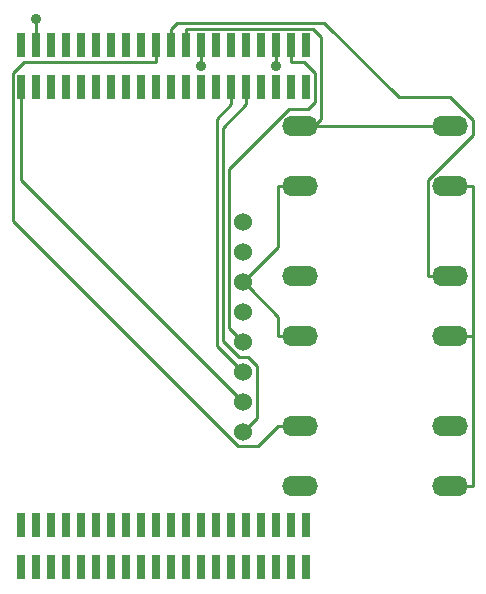
<source format=gbl>
G04 #@! TF.FileFunction,Copper,L2,Bot,Signal*
%FSLAX46Y46*%
G04 Gerber Fmt 4.6, Leading zero omitted, Abs format (unit mm)*
G04 Created by KiCad (PCBNEW 4.0.2-4+6225~38~ubuntu14.04.1-stable) date Tue 08 Mar 2016 14:25:17 CET*
%MOMM*%
G01*
G04 APERTURE LIST*
%ADD10C,0.150000*%
%ADD11C,1.524000*%
%ADD12O,3.048000X1.727200*%
%ADD13R,0.650000X2.100000*%
%ADD14C,0.889000*%
%ADD15C,0.254000*%
G04 APERTURE END LIST*
D10*
D11*
X221716600Y-165570400D03*
X221716600Y-163030400D03*
X221716600Y-160490400D03*
X221716600Y-157950400D03*
X221716600Y-155410400D03*
X221716600Y-152870400D03*
X221716600Y-150330400D03*
X221716600Y-147790400D03*
D12*
X239268000Y-139700000D03*
X239268000Y-144780000D03*
X226568000Y-139700000D03*
X226568000Y-144780000D03*
X239268000Y-152400000D03*
X239268000Y-157480000D03*
X226568000Y-152400000D03*
X226568000Y-157480000D03*
X239268000Y-165100000D03*
X239268000Y-170180000D03*
X226568000Y-165100000D03*
X226568000Y-170180000D03*
D13*
X227076000Y-136398000D03*
X227076000Y-132842000D03*
X225806000Y-136398000D03*
X225806000Y-132842000D03*
X224536000Y-136398000D03*
X224536000Y-132842000D03*
X223266000Y-136398000D03*
X223266000Y-132842000D03*
X221996000Y-136398000D03*
X221996000Y-132842000D03*
X220726000Y-136398000D03*
X220726000Y-132842000D03*
X219456000Y-136398000D03*
X219456000Y-132842000D03*
X218186000Y-136398000D03*
X218186000Y-132842000D03*
X216916000Y-136398000D03*
X216916000Y-132842000D03*
X215646000Y-136398000D03*
X215646000Y-132842000D03*
X214376000Y-136398000D03*
X214376000Y-132842000D03*
X213106000Y-136398000D03*
X213106000Y-132842000D03*
X211836000Y-136398000D03*
X211836000Y-132842000D03*
X210566000Y-136398000D03*
X210566000Y-132842000D03*
X209296000Y-136398000D03*
X209296000Y-132842000D03*
X208026000Y-136398000D03*
X208026000Y-132842000D03*
X206756000Y-136398000D03*
X206756000Y-132842000D03*
X205486000Y-136398000D03*
X205486000Y-132842000D03*
X204216000Y-136398000D03*
X204216000Y-132842000D03*
X202946000Y-136398000D03*
X202946000Y-132842000D03*
X227076000Y-177038000D03*
X227076000Y-173482000D03*
X225806000Y-177038000D03*
X225806000Y-173482000D03*
X224536000Y-177038000D03*
X224536000Y-173482000D03*
X223266000Y-177038000D03*
X223266000Y-173482000D03*
X221996000Y-177038000D03*
X221996000Y-173482000D03*
X220726000Y-177038000D03*
X220726000Y-173482000D03*
X219456000Y-177038000D03*
X219456000Y-173482000D03*
X218186000Y-177038000D03*
X218186000Y-173482000D03*
X216916000Y-177038000D03*
X216916000Y-173482000D03*
X215646000Y-177038000D03*
X215646000Y-173482000D03*
X214376000Y-177038000D03*
X214376000Y-173482000D03*
X213106000Y-177038000D03*
X213106000Y-173482000D03*
X211836000Y-177038000D03*
X211836000Y-173482000D03*
X210566000Y-177038000D03*
X210566000Y-173482000D03*
X209296000Y-177038000D03*
X209296000Y-173482000D03*
X208026000Y-177038000D03*
X208026000Y-173482000D03*
X206756000Y-177038000D03*
X206756000Y-173482000D03*
X205486000Y-177038000D03*
X205486000Y-173482000D03*
X204216000Y-177038000D03*
X204216000Y-173482000D03*
X202946000Y-177038000D03*
X202946000Y-173482000D03*
D14*
X204216000Y-130586300D03*
X224536000Y-134620000D03*
X218186000Y-134620000D03*
D15*
X202946000Y-144259800D02*
X202946000Y-136398000D01*
X221716600Y-163030400D02*
X202946000Y-144259800D01*
X241173000Y-170180000D02*
X241173000Y-157480000D01*
X239268000Y-170180000D02*
X241173000Y-170180000D01*
X239268000Y-157480000D02*
X241173000Y-157480000D01*
X241173000Y-144780000D02*
X241173000Y-157480000D01*
X239268000Y-144780000D02*
X241173000Y-144780000D01*
X224663000Y-144780000D02*
X226568000Y-144780000D01*
X224663000Y-149924000D02*
X224663000Y-144780000D01*
X221717000Y-152870000D02*
X224663000Y-149924000D01*
X222256900Y-153409900D02*
X221717000Y-152870000D01*
X222256100Y-153409900D02*
X221716600Y-152870400D01*
X222256900Y-153409900D02*
X222256100Y-153409900D01*
X224663000Y-155816000D02*
X222256900Y-153409900D01*
X224663000Y-157480000D02*
X224663000Y-155816000D01*
X226568000Y-157480000D02*
X224663000Y-157480000D01*
X204216000Y-132842000D02*
X204216000Y-130586300D01*
X220532400Y-156766200D02*
X221716600Y-157950400D01*
X220532400Y-143286200D02*
X220532400Y-156766200D01*
X225629600Y-138189000D02*
X220532400Y-143286200D01*
X227199200Y-138189000D02*
X225629600Y-138189000D01*
X227782300Y-137605900D02*
X227199200Y-138189000D01*
X227782300Y-135165100D02*
X227782300Y-137605900D01*
X226890500Y-134273300D02*
X227782300Y-135165100D01*
X225806000Y-134273300D02*
X226890500Y-134273300D01*
X225806000Y-132842000D02*
X225806000Y-134273300D01*
X224536000Y-132842000D02*
X224536000Y-134620000D01*
X221996000Y-136398000D02*
X221996000Y-137829300D01*
X222869300Y-164417700D02*
X221716600Y-165570400D01*
X222869300Y-160000100D02*
X222869300Y-164417700D01*
X222089600Y-159220400D02*
X222869300Y-160000100D01*
X221358700Y-159220400D02*
X222089600Y-159220400D01*
X220024100Y-157885800D02*
X221358700Y-159220400D01*
X220024100Y-139801200D02*
X220024100Y-157885800D01*
X221996000Y-137829300D02*
X220024100Y-139801200D01*
X220726000Y-136398000D02*
X220726000Y-137829300D01*
X219515800Y-158289600D02*
X221716600Y-160490400D01*
X219515800Y-139039500D02*
X219515800Y-158289600D01*
X220726000Y-137829300D02*
X219515800Y-139039500D01*
X226568000Y-139700000D02*
X227675800Y-139700000D01*
X227675800Y-139700000D02*
X239268000Y-139700000D01*
X216916000Y-132842000D02*
X216916000Y-131410700D01*
X227624100Y-131410700D02*
X216916000Y-131410700D01*
X228318700Y-132105300D02*
X227624100Y-131410700D01*
X228318700Y-139057100D02*
X228318700Y-132105300D01*
X227675800Y-139700000D02*
X228318700Y-139057100D01*
X239268000Y-152400000D02*
X237362700Y-152400000D01*
X215646000Y-132842000D02*
X215646000Y-131410700D01*
X216154300Y-130902400D02*
X215646000Y-131410700D01*
X228553700Y-130902400D02*
X216154300Y-130902400D01*
X234878300Y-137227000D02*
X228553700Y-130902400D01*
X239239400Y-137227000D02*
X234878300Y-137227000D01*
X241206700Y-139194300D02*
X239239400Y-137227000D01*
X241206700Y-140403700D02*
X241206700Y-139194300D01*
X237362700Y-144247700D02*
X241206700Y-140403700D01*
X237362700Y-152400000D02*
X237362700Y-144247700D01*
X203156500Y-134273300D02*
X214376000Y-134273300D01*
X202239600Y-135190200D02*
X203156500Y-134273300D01*
X202239600Y-147710300D02*
X202239600Y-135190200D01*
X221280900Y-166751600D02*
X202239600Y-147710300D01*
X223011100Y-166751600D02*
X221280900Y-166751600D01*
X224662700Y-165100000D02*
X223011100Y-166751600D01*
X226568000Y-165100000D02*
X224662700Y-165100000D01*
X214376000Y-132842000D02*
X214376000Y-134273300D01*
X218186000Y-132842000D02*
X218186000Y-134620000D01*
M02*

</source>
